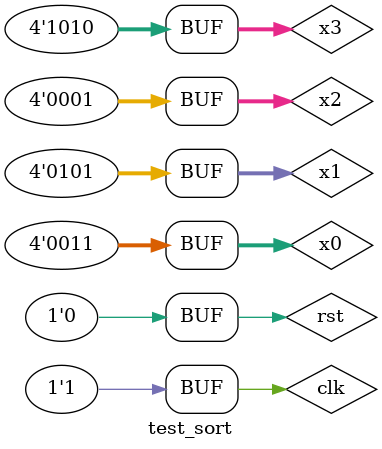
<source format=v>
`timescale 1ns / 1ps


module test_sort(

    );
    reg [3:0] x0,x1,x2,x3;
    reg rst,clk;
    wire [3:0] s0,s1,s2,s3;
    wire done;
    SORT s(.x0(x0),.x1(x1),.x2(x2),.x3(x3),.rst(rst),.clk(clk),.s0(s0),.s1(s1),.s2(s2),.s3(s3),.done(done));
    initial
        begin
            x0 = 4'd3;
            x1 = 4'd5;
            x2 = 4'd1;
            x3 = 4'd10;
            rst = 0;
            clk = 0;
            #5
            rst = 1;
            clk = 1;
            #5
            rst = 0;
            clk = 0;
            #5
            clk = 1;
            #5
            clk = 0;
            #5
            clk = 1;
            #5
            clk = 0;
            #5
            clk = 1;
            #5
            clk = 0;
            #5
            clk = 1;
            #5
            clk = 0;
            #5
            clk = 1;
        end
endmodule

</source>
